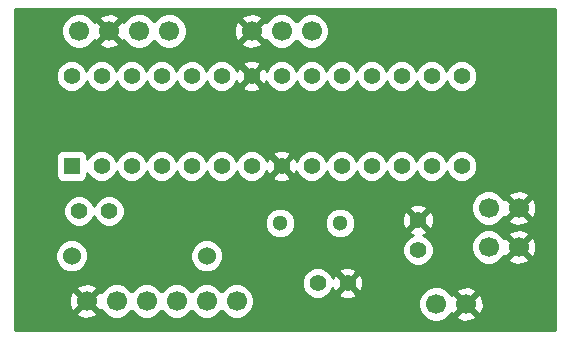
<source format=gbl>
G04 (created by PCBNEW (22-Jun-2014 BZR 4027)-stable) date Sat 20 Dec 2014 16:30:47 GMT*
%MOIN*%
G04 Gerber Fmt 3.4, Leading zero omitted, Abs format*
%FSLAX34Y34*%
G01*
G70*
G90*
G04 APERTURE LIST*
%ADD10C,0.00590551*%
%ADD11C,0.06*%
%ADD12C,0.055*%
%ADD13R,0.055X0.055*%
%ADD14C,0.0669291*%
%ADD15C,0.0511811*%
%ADD16C,0.01*%
G04 APERTURE END LIST*
G54D10*
G54D11*
X90000Y-48500D03*
X94500Y-48500D03*
G54D12*
X91000Y-45500D03*
X92000Y-45500D03*
X93000Y-45500D03*
X94000Y-45500D03*
X95000Y-45500D03*
X96000Y-45500D03*
X97000Y-45500D03*
X98000Y-45500D03*
X99000Y-45500D03*
X100000Y-45500D03*
X101000Y-45500D03*
X102000Y-45500D03*
X103000Y-45500D03*
G54D13*
X90000Y-45500D03*
G54D12*
X103000Y-42500D03*
X102000Y-42500D03*
X101000Y-42500D03*
X100000Y-42500D03*
X99000Y-42500D03*
X98000Y-42500D03*
X97000Y-42500D03*
X96000Y-42500D03*
X95000Y-42500D03*
X94000Y-42500D03*
X93000Y-42500D03*
X92000Y-42500D03*
X91000Y-42500D03*
X90000Y-42500D03*
X98200Y-49400D03*
X99200Y-49400D03*
X101550Y-48300D03*
X101550Y-47300D03*
X90250Y-47000D03*
X91250Y-47000D03*
G54D14*
X95500Y-50000D03*
X94500Y-50000D03*
X93500Y-50000D03*
X92500Y-50000D03*
X91500Y-50000D03*
X90500Y-50000D03*
G54D15*
X98950Y-47400D03*
X96950Y-47400D03*
G54D14*
X91250Y-41000D03*
X92250Y-41000D03*
X90250Y-41000D03*
X93250Y-41000D03*
X96000Y-41000D03*
X97000Y-41000D03*
X98000Y-41000D03*
X103900Y-48200D03*
X104900Y-48200D03*
X103900Y-46900D03*
X104900Y-46900D03*
X102150Y-50100D03*
X103150Y-50100D03*
G54D10*
G36*
X106130Y-50980D02*
X105489Y-50980D01*
X105489Y-48290D01*
X105489Y-46990D01*
X105478Y-46757D01*
X105409Y-46591D01*
X105311Y-46559D01*
X105240Y-46630D01*
X105240Y-46488D01*
X105208Y-46390D01*
X104990Y-46310D01*
X104757Y-46321D01*
X104591Y-46390D01*
X104559Y-46488D01*
X104900Y-46829D01*
X105240Y-46488D01*
X105240Y-46630D01*
X104970Y-46900D01*
X105311Y-47240D01*
X105409Y-47208D01*
X105489Y-46990D01*
X105489Y-48290D01*
X105478Y-48057D01*
X105409Y-47891D01*
X105311Y-47859D01*
X105240Y-47930D01*
X105240Y-47788D01*
X105240Y-47311D01*
X104900Y-46970D01*
X104829Y-47041D01*
X104829Y-46900D01*
X104488Y-46559D01*
X104403Y-46587D01*
X104395Y-46569D01*
X104231Y-46404D01*
X104016Y-46315D01*
X103784Y-46315D01*
X103569Y-46404D01*
X103525Y-46448D01*
X103525Y-45396D01*
X103525Y-42396D01*
X103445Y-42203D01*
X103297Y-42055D01*
X103104Y-41975D01*
X102896Y-41974D01*
X102703Y-42054D01*
X102555Y-42202D01*
X102499Y-42335D01*
X102445Y-42203D01*
X102297Y-42055D01*
X102104Y-41975D01*
X101896Y-41974D01*
X101703Y-42054D01*
X101555Y-42202D01*
X101499Y-42335D01*
X101445Y-42203D01*
X101297Y-42055D01*
X101104Y-41975D01*
X100896Y-41974D01*
X100703Y-42054D01*
X100555Y-42202D01*
X100499Y-42335D01*
X100445Y-42203D01*
X100297Y-42055D01*
X100104Y-41975D01*
X99896Y-41974D01*
X99703Y-42054D01*
X99555Y-42202D01*
X99499Y-42335D01*
X99445Y-42203D01*
X99297Y-42055D01*
X99104Y-41975D01*
X98896Y-41974D01*
X98703Y-42054D01*
X98584Y-42172D01*
X98584Y-40884D01*
X98495Y-40669D01*
X98331Y-40504D01*
X98116Y-40415D01*
X97884Y-40415D01*
X97669Y-40504D01*
X97504Y-40668D01*
X97500Y-40679D01*
X97495Y-40669D01*
X97331Y-40504D01*
X97116Y-40415D01*
X96884Y-40415D01*
X96669Y-40504D01*
X96504Y-40668D01*
X96496Y-40687D01*
X96411Y-40659D01*
X96340Y-40730D01*
X96340Y-40588D01*
X96308Y-40490D01*
X96090Y-40410D01*
X95857Y-40421D01*
X95691Y-40490D01*
X95659Y-40588D01*
X96000Y-40929D01*
X96340Y-40588D01*
X96340Y-40730D01*
X96070Y-41000D01*
X96411Y-41340D01*
X96496Y-41312D01*
X96504Y-41330D01*
X96668Y-41495D01*
X96883Y-41584D01*
X97115Y-41584D01*
X97330Y-41495D01*
X97495Y-41331D01*
X97499Y-41320D01*
X97504Y-41330D01*
X97668Y-41495D01*
X97883Y-41584D01*
X98115Y-41584D01*
X98330Y-41495D01*
X98495Y-41331D01*
X98584Y-41116D01*
X98584Y-40884D01*
X98584Y-42172D01*
X98555Y-42202D01*
X98499Y-42335D01*
X98445Y-42203D01*
X98297Y-42055D01*
X98104Y-41975D01*
X97896Y-41974D01*
X97703Y-42054D01*
X97555Y-42202D01*
X97499Y-42335D01*
X97445Y-42203D01*
X97297Y-42055D01*
X97104Y-41975D01*
X96896Y-41974D01*
X96703Y-42054D01*
X96555Y-42202D01*
X96502Y-42328D01*
X96460Y-42227D01*
X96367Y-42202D01*
X96340Y-42230D01*
X96340Y-41411D01*
X96000Y-41070D01*
X95929Y-41141D01*
X95929Y-41000D01*
X95588Y-40659D01*
X95490Y-40691D01*
X95410Y-40909D01*
X95421Y-41142D01*
X95490Y-41308D01*
X95588Y-41340D01*
X95929Y-41000D01*
X95929Y-41141D01*
X95659Y-41411D01*
X95691Y-41509D01*
X95909Y-41589D01*
X96142Y-41578D01*
X96308Y-41509D01*
X96340Y-41411D01*
X96340Y-42230D01*
X96297Y-42273D01*
X96297Y-42132D01*
X96272Y-42039D01*
X96075Y-41970D01*
X95867Y-41981D01*
X95727Y-42039D01*
X95702Y-42132D01*
X96000Y-42429D01*
X96297Y-42132D01*
X96297Y-42273D01*
X96070Y-42500D01*
X96367Y-42797D01*
X96460Y-42772D01*
X96499Y-42662D01*
X96554Y-42797D01*
X96702Y-42944D01*
X96895Y-43024D01*
X97103Y-43025D01*
X97297Y-42945D01*
X97444Y-42797D01*
X97500Y-42664D01*
X97554Y-42797D01*
X97702Y-42944D01*
X97895Y-43024D01*
X98103Y-43025D01*
X98297Y-42945D01*
X98444Y-42797D01*
X98500Y-42664D01*
X98554Y-42797D01*
X98702Y-42944D01*
X98895Y-43024D01*
X99103Y-43025D01*
X99297Y-42945D01*
X99444Y-42797D01*
X99500Y-42664D01*
X99554Y-42797D01*
X99702Y-42944D01*
X99895Y-43024D01*
X100103Y-43025D01*
X100297Y-42945D01*
X100444Y-42797D01*
X100500Y-42664D01*
X100554Y-42797D01*
X100702Y-42944D01*
X100895Y-43024D01*
X101103Y-43025D01*
X101297Y-42945D01*
X101444Y-42797D01*
X101500Y-42664D01*
X101554Y-42797D01*
X101702Y-42944D01*
X101895Y-43024D01*
X102103Y-43025D01*
X102297Y-42945D01*
X102444Y-42797D01*
X102500Y-42664D01*
X102554Y-42797D01*
X102702Y-42944D01*
X102895Y-43024D01*
X103103Y-43025D01*
X103297Y-42945D01*
X103444Y-42797D01*
X103524Y-42604D01*
X103525Y-42396D01*
X103525Y-45396D01*
X103445Y-45203D01*
X103297Y-45055D01*
X103104Y-44975D01*
X102896Y-44974D01*
X102703Y-45054D01*
X102555Y-45202D01*
X102499Y-45335D01*
X102445Y-45203D01*
X102297Y-45055D01*
X102104Y-44975D01*
X101896Y-44974D01*
X101703Y-45054D01*
X101555Y-45202D01*
X101499Y-45335D01*
X101445Y-45203D01*
X101297Y-45055D01*
X101104Y-44975D01*
X100896Y-44974D01*
X100703Y-45054D01*
X100555Y-45202D01*
X100499Y-45335D01*
X100445Y-45203D01*
X100297Y-45055D01*
X100104Y-44975D01*
X99896Y-44974D01*
X99703Y-45054D01*
X99555Y-45202D01*
X99499Y-45335D01*
X99445Y-45203D01*
X99297Y-45055D01*
X99104Y-44975D01*
X98896Y-44974D01*
X98703Y-45054D01*
X98555Y-45202D01*
X98499Y-45335D01*
X98445Y-45203D01*
X98297Y-45055D01*
X98104Y-44975D01*
X97896Y-44974D01*
X97703Y-45054D01*
X97555Y-45202D01*
X97502Y-45328D01*
X97460Y-45227D01*
X97367Y-45202D01*
X97297Y-45273D01*
X97297Y-45132D01*
X97272Y-45039D01*
X97075Y-44970D01*
X96867Y-44981D01*
X96727Y-45039D01*
X96702Y-45132D01*
X97000Y-45429D01*
X97297Y-45132D01*
X97297Y-45273D01*
X97070Y-45500D01*
X97367Y-45797D01*
X97460Y-45772D01*
X97499Y-45662D01*
X97554Y-45797D01*
X97702Y-45944D01*
X97895Y-46024D01*
X98103Y-46025D01*
X98297Y-45945D01*
X98444Y-45797D01*
X98500Y-45664D01*
X98554Y-45797D01*
X98702Y-45944D01*
X98895Y-46024D01*
X99103Y-46025D01*
X99297Y-45945D01*
X99444Y-45797D01*
X99500Y-45664D01*
X99554Y-45797D01*
X99702Y-45944D01*
X99895Y-46024D01*
X100103Y-46025D01*
X100297Y-45945D01*
X100444Y-45797D01*
X100500Y-45664D01*
X100554Y-45797D01*
X100702Y-45944D01*
X100895Y-46024D01*
X101103Y-46025D01*
X101297Y-45945D01*
X101444Y-45797D01*
X101500Y-45664D01*
X101554Y-45797D01*
X101702Y-45944D01*
X101895Y-46024D01*
X102103Y-46025D01*
X102297Y-45945D01*
X102444Y-45797D01*
X102500Y-45664D01*
X102554Y-45797D01*
X102702Y-45944D01*
X102895Y-46024D01*
X103103Y-46025D01*
X103297Y-45945D01*
X103444Y-45797D01*
X103524Y-45604D01*
X103525Y-45396D01*
X103525Y-46448D01*
X103404Y-46568D01*
X103315Y-46783D01*
X103315Y-47015D01*
X103404Y-47230D01*
X103568Y-47395D01*
X103783Y-47484D01*
X104015Y-47484D01*
X104230Y-47395D01*
X104395Y-47231D01*
X104403Y-47212D01*
X104488Y-47240D01*
X104829Y-46900D01*
X104829Y-47041D01*
X104559Y-47311D01*
X104591Y-47409D01*
X104809Y-47489D01*
X105042Y-47478D01*
X105208Y-47409D01*
X105240Y-47311D01*
X105240Y-47788D01*
X105208Y-47690D01*
X104990Y-47610D01*
X104757Y-47621D01*
X104591Y-47690D01*
X104559Y-47788D01*
X104900Y-48129D01*
X105240Y-47788D01*
X105240Y-47930D01*
X104970Y-48200D01*
X105311Y-48540D01*
X105409Y-48508D01*
X105489Y-48290D01*
X105489Y-50980D01*
X105240Y-50980D01*
X105240Y-48611D01*
X104900Y-48270D01*
X104829Y-48341D01*
X104829Y-48200D01*
X104488Y-47859D01*
X104403Y-47887D01*
X104395Y-47869D01*
X104231Y-47704D01*
X104016Y-47615D01*
X103784Y-47615D01*
X103569Y-47704D01*
X103404Y-47868D01*
X103315Y-48083D01*
X103315Y-48315D01*
X103404Y-48530D01*
X103568Y-48695D01*
X103783Y-48784D01*
X104015Y-48784D01*
X104230Y-48695D01*
X104395Y-48531D01*
X104403Y-48512D01*
X104488Y-48540D01*
X104829Y-48200D01*
X104829Y-48341D01*
X104559Y-48611D01*
X104591Y-48709D01*
X104809Y-48789D01*
X105042Y-48778D01*
X105208Y-48709D01*
X105240Y-48611D01*
X105240Y-50980D01*
X105000Y-50980D01*
X104750Y-50980D01*
X103739Y-50980D01*
X103739Y-50190D01*
X103728Y-49957D01*
X103659Y-49791D01*
X103561Y-49759D01*
X103490Y-49830D01*
X103490Y-49688D01*
X103458Y-49590D01*
X103240Y-49510D01*
X103007Y-49521D01*
X102841Y-49590D01*
X102809Y-49688D01*
X103150Y-50029D01*
X103490Y-49688D01*
X103490Y-49830D01*
X103220Y-50100D01*
X103561Y-50440D01*
X103659Y-50408D01*
X103739Y-50190D01*
X103739Y-50980D01*
X103490Y-50980D01*
X103490Y-50511D01*
X103150Y-50170D01*
X103079Y-50241D01*
X103079Y-50100D01*
X102738Y-49759D01*
X102653Y-49787D01*
X102645Y-49769D01*
X102481Y-49604D01*
X102266Y-49515D01*
X102079Y-49515D01*
X102079Y-47375D01*
X102068Y-47167D01*
X102010Y-47027D01*
X101917Y-47002D01*
X101847Y-47073D01*
X101847Y-46932D01*
X101822Y-46839D01*
X101625Y-46770D01*
X101417Y-46781D01*
X101277Y-46839D01*
X101252Y-46932D01*
X101550Y-47229D01*
X101847Y-46932D01*
X101847Y-47073D01*
X101620Y-47300D01*
X101917Y-47597D01*
X102010Y-47572D01*
X102079Y-47375D01*
X102079Y-49515D01*
X102075Y-49515D01*
X102075Y-48196D01*
X101995Y-48003D01*
X101847Y-47855D01*
X101721Y-47802D01*
X101822Y-47760D01*
X101847Y-47667D01*
X101550Y-47370D01*
X101479Y-47441D01*
X101479Y-47300D01*
X101182Y-47002D01*
X101089Y-47027D01*
X101020Y-47224D01*
X101031Y-47432D01*
X101089Y-47572D01*
X101182Y-47597D01*
X101479Y-47300D01*
X101479Y-47441D01*
X101252Y-47667D01*
X101277Y-47760D01*
X101387Y-47799D01*
X101253Y-47854D01*
X101105Y-48002D01*
X101025Y-48195D01*
X101024Y-48403D01*
X101104Y-48597D01*
X101252Y-48744D01*
X101445Y-48824D01*
X101653Y-48825D01*
X101847Y-48745D01*
X101994Y-48597D01*
X102074Y-48404D01*
X102075Y-48196D01*
X102075Y-49515D01*
X102034Y-49515D01*
X101819Y-49604D01*
X101654Y-49768D01*
X101565Y-49983D01*
X101565Y-50215D01*
X101654Y-50430D01*
X101818Y-50595D01*
X102033Y-50684D01*
X102265Y-50684D01*
X102480Y-50595D01*
X102645Y-50431D01*
X102653Y-50412D01*
X102738Y-50440D01*
X103079Y-50100D01*
X103079Y-50241D01*
X102809Y-50511D01*
X102841Y-50609D01*
X103059Y-50689D01*
X103292Y-50678D01*
X103458Y-50609D01*
X103490Y-50511D01*
X103490Y-50980D01*
X99729Y-50980D01*
X99729Y-49475D01*
X99718Y-49267D01*
X99660Y-49127D01*
X99567Y-49102D01*
X99497Y-49173D01*
X99497Y-49032D01*
X99472Y-48939D01*
X99455Y-48933D01*
X99455Y-47299D01*
X99379Y-47113D01*
X99236Y-46971D01*
X99051Y-46894D01*
X98849Y-46894D01*
X98663Y-46970D01*
X98521Y-47113D01*
X98444Y-47298D01*
X98444Y-47500D01*
X98520Y-47686D01*
X98663Y-47828D01*
X98848Y-47905D01*
X99050Y-47905D01*
X99236Y-47829D01*
X99378Y-47686D01*
X99455Y-47501D01*
X99455Y-47299D01*
X99455Y-48933D01*
X99275Y-48870D01*
X99067Y-48881D01*
X98927Y-48939D01*
X98902Y-49032D01*
X99200Y-49329D01*
X99497Y-49032D01*
X99497Y-49173D01*
X99270Y-49400D01*
X99567Y-49697D01*
X99660Y-49672D01*
X99729Y-49475D01*
X99729Y-50980D01*
X99497Y-50980D01*
X99497Y-49767D01*
X99200Y-49470D01*
X99129Y-49541D01*
X99129Y-49400D01*
X98832Y-49102D01*
X98739Y-49127D01*
X98700Y-49237D01*
X98645Y-49103D01*
X98497Y-48955D01*
X98304Y-48875D01*
X98096Y-48874D01*
X97903Y-48954D01*
X97755Y-49102D01*
X97675Y-49295D01*
X97674Y-49503D01*
X97754Y-49697D01*
X97902Y-49844D01*
X98095Y-49924D01*
X98303Y-49925D01*
X98497Y-49845D01*
X98644Y-49697D01*
X98697Y-49571D01*
X98739Y-49672D01*
X98832Y-49697D01*
X99129Y-49400D01*
X99129Y-49541D01*
X98902Y-49767D01*
X98927Y-49860D01*
X99124Y-49929D01*
X99332Y-49918D01*
X99472Y-49860D01*
X99497Y-49767D01*
X99497Y-50980D01*
X97455Y-50980D01*
X97455Y-47299D01*
X97379Y-47113D01*
X97297Y-47031D01*
X97297Y-45867D01*
X97000Y-45570D01*
X96929Y-45641D01*
X96929Y-45500D01*
X96632Y-45202D01*
X96539Y-45227D01*
X96500Y-45337D01*
X96445Y-45203D01*
X96297Y-45055D01*
X96297Y-45054D01*
X96297Y-42867D01*
X96000Y-42570D01*
X95929Y-42641D01*
X95929Y-42500D01*
X95632Y-42202D01*
X95539Y-42227D01*
X95500Y-42337D01*
X95445Y-42203D01*
X95297Y-42055D01*
X95104Y-41975D01*
X94896Y-41974D01*
X94703Y-42054D01*
X94555Y-42202D01*
X94499Y-42335D01*
X94445Y-42203D01*
X94297Y-42055D01*
X94104Y-41975D01*
X93896Y-41974D01*
X93834Y-42000D01*
X93834Y-40884D01*
X93745Y-40669D01*
X93581Y-40504D01*
X93366Y-40415D01*
X93134Y-40415D01*
X92919Y-40504D01*
X92754Y-40668D01*
X92750Y-40679D01*
X92745Y-40669D01*
X92581Y-40504D01*
X92366Y-40415D01*
X92134Y-40415D01*
X91919Y-40504D01*
X91754Y-40668D01*
X91746Y-40687D01*
X91661Y-40659D01*
X91590Y-40730D01*
X91590Y-40588D01*
X91558Y-40490D01*
X91340Y-40410D01*
X91107Y-40421D01*
X90941Y-40490D01*
X90909Y-40588D01*
X91250Y-40929D01*
X91590Y-40588D01*
X91590Y-40730D01*
X91320Y-41000D01*
X91661Y-41340D01*
X91746Y-41312D01*
X91754Y-41330D01*
X91918Y-41495D01*
X92133Y-41584D01*
X92365Y-41584D01*
X92580Y-41495D01*
X92745Y-41331D01*
X92749Y-41320D01*
X92754Y-41330D01*
X92918Y-41495D01*
X93133Y-41584D01*
X93365Y-41584D01*
X93580Y-41495D01*
X93745Y-41331D01*
X93834Y-41116D01*
X93834Y-40884D01*
X93834Y-42000D01*
X93703Y-42054D01*
X93555Y-42202D01*
X93499Y-42335D01*
X93445Y-42203D01*
X93297Y-42055D01*
X93104Y-41975D01*
X92896Y-41974D01*
X92703Y-42054D01*
X92555Y-42202D01*
X92499Y-42335D01*
X92445Y-42203D01*
X92297Y-42055D01*
X92104Y-41975D01*
X91896Y-41974D01*
X91703Y-42054D01*
X91590Y-42167D01*
X91590Y-41411D01*
X91250Y-41070D01*
X91179Y-41141D01*
X91179Y-41000D01*
X90838Y-40659D01*
X90753Y-40687D01*
X90745Y-40669D01*
X90581Y-40504D01*
X90366Y-40415D01*
X90134Y-40415D01*
X89919Y-40504D01*
X89754Y-40668D01*
X89665Y-40883D01*
X89665Y-41115D01*
X89754Y-41330D01*
X89918Y-41495D01*
X90133Y-41584D01*
X90365Y-41584D01*
X90580Y-41495D01*
X90745Y-41331D01*
X90753Y-41312D01*
X90838Y-41340D01*
X91179Y-41000D01*
X91179Y-41141D01*
X90909Y-41411D01*
X90941Y-41509D01*
X91159Y-41589D01*
X91392Y-41578D01*
X91558Y-41509D01*
X91590Y-41411D01*
X91590Y-42167D01*
X91555Y-42202D01*
X91499Y-42335D01*
X91445Y-42203D01*
X91297Y-42055D01*
X91104Y-41975D01*
X90896Y-41974D01*
X90703Y-42054D01*
X90555Y-42202D01*
X90499Y-42335D01*
X90445Y-42203D01*
X90297Y-42055D01*
X90104Y-41975D01*
X89896Y-41974D01*
X89703Y-42054D01*
X89555Y-42202D01*
X89475Y-42395D01*
X89474Y-42603D01*
X89554Y-42797D01*
X89702Y-42944D01*
X89895Y-43024D01*
X90103Y-43025D01*
X90297Y-42945D01*
X90444Y-42797D01*
X90500Y-42664D01*
X90554Y-42797D01*
X90702Y-42944D01*
X90895Y-43024D01*
X91103Y-43025D01*
X91297Y-42945D01*
X91444Y-42797D01*
X91500Y-42664D01*
X91554Y-42797D01*
X91702Y-42944D01*
X91895Y-43024D01*
X92103Y-43025D01*
X92297Y-42945D01*
X92444Y-42797D01*
X92500Y-42664D01*
X92554Y-42797D01*
X92702Y-42944D01*
X92895Y-43024D01*
X93103Y-43025D01*
X93297Y-42945D01*
X93444Y-42797D01*
X93500Y-42664D01*
X93554Y-42797D01*
X93702Y-42944D01*
X93895Y-43024D01*
X94103Y-43025D01*
X94297Y-42945D01*
X94444Y-42797D01*
X94500Y-42664D01*
X94554Y-42797D01*
X94702Y-42944D01*
X94895Y-43024D01*
X95103Y-43025D01*
X95297Y-42945D01*
X95444Y-42797D01*
X95497Y-42671D01*
X95539Y-42772D01*
X95632Y-42797D01*
X95929Y-42500D01*
X95929Y-42641D01*
X95702Y-42867D01*
X95727Y-42960D01*
X95924Y-43029D01*
X96132Y-43018D01*
X96272Y-42960D01*
X96297Y-42867D01*
X96297Y-45054D01*
X96104Y-44975D01*
X95896Y-44974D01*
X95703Y-45054D01*
X95555Y-45202D01*
X95499Y-45335D01*
X95445Y-45203D01*
X95297Y-45055D01*
X95104Y-44975D01*
X94896Y-44974D01*
X94703Y-45054D01*
X94555Y-45202D01*
X94499Y-45335D01*
X94445Y-45203D01*
X94297Y-45055D01*
X94104Y-44975D01*
X93896Y-44974D01*
X93703Y-45054D01*
X93555Y-45202D01*
X93499Y-45335D01*
X93445Y-45203D01*
X93297Y-45055D01*
X93104Y-44975D01*
X92896Y-44974D01*
X92703Y-45054D01*
X92555Y-45202D01*
X92499Y-45335D01*
X92445Y-45203D01*
X92297Y-45055D01*
X92104Y-44975D01*
X91896Y-44974D01*
X91703Y-45054D01*
X91555Y-45202D01*
X91499Y-45335D01*
X91445Y-45203D01*
X91297Y-45055D01*
X91104Y-44975D01*
X90896Y-44974D01*
X90703Y-45054D01*
X90555Y-45202D01*
X90525Y-45274D01*
X90525Y-45175D01*
X90487Y-45083D01*
X90416Y-45013D01*
X90324Y-44975D01*
X90225Y-44974D01*
X89675Y-44974D01*
X89583Y-45012D01*
X89513Y-45083D01*
X89475Y-45175D01*
X89474Y-45274D01*
X89474Y-45824D01*
X89512Y-45916D01*
X89583Y-45986D01*
X89675Y-46024D01*
X89774Y-46025D01*
X90324Y-46025D01*
X90416Y-45987D01*
X90486Y-45916D01*
X90524Y-45824D01*
X90525Y-45725D01*
X90525Y-45725D01*
X90554Y-45797D01*
X90702Y-45944D01*
X90895Y-46024D01*
X91103Y-46025D01*
X91297Y-45945D01*
X91444Y-45797D01*
X91500Y-45664D01*
X91554Y-45797D01*
X91702Y-45944D01*
X91895Y-46024D01*
X92103Y-46025D01*
X92297Y-45945D01*
X92444Y-45797D01*
X92500Y-45664D01*
X92554Y-45797D01*
X92702Y-45944D01*
X92895Y-46024D01*
X93103Y-46025D01*
X93297Y-45945D01*
X93444Y-45797D01*
X93500Y-45664D01*
X93554Y-45797D01*
X93702Y-45944D01*
X93895Y-46024D01*
X94103Y-46025D01*
X94297Y-45945D01*
X94444Y-45797D01*
X94500Y-45664D01*
X94554Y-45797D01*
X94702Y-45944D01*
X94895Y-46024D01*
X95103Y-46025D01*
X95297Y-45945D01*
X95444Y-45797D01*
X95500Y-45664D01*
X95554Y-45797D01*
X95702Y-45944D01*
X95895Y-46024D01*
X96103Y-46025D01*
X96297Y-45945D01*
X96444Y-45797D01*
X96497Y-45671D01*
X96539Y-45772D01*
X96632Y-45797D01*
X96929Y-45500D01*
X96929Y-45641D01*
X96702Y-45867D01*
X96727Y-45960D01*
X96924Y-46029D01*
X97132Y-46018D01*
X97272Y-45960D01*
X97297Y-45867D01*
X97297Y-47031D01*
X97236Y-46971D01*
X97051Y-46894D01*
X96849Y-46894D01*
X96663Y-46970D01*
X96521Y-47113D01*
X96444Y-47298D01*
X96444Y-47500D01*
X96520Y-47686D01*
X96663Y-47828D01*
X96848Y-47905D01*
X97050Y-47905D01*
X97236Y-47829D01*
X97378Y-47686D01*
X97455Y-47501D01*
X97455Y-47299D01*
X97455Y-50980D01*
X96084Y-50980D01*
X96084Y-49884D01*
X95995Y-49669D01*
X95831Y-49504D01*
X95616Y-49415D01*
X95384Y-49415D01*
X95169Y-49504D01*
X95050Y-49623D01*
X95050Y-48391D01*
X94966Y-48188D01*
X94811Y-48034D01*
X94609Y-47950D01*
X94391Y-47949D01*
X94188Y-48033D01*
X94034Y-48188D01*
X93950Y-48390D01*
X93949Y-48608D01*
X94033Y-48811D01*
X94188Y-48965D01*
X94390Y-49049D01*
X94608Y-49050D01*
X94811Y-48966D01*
X94965Y-48811D01*
X95049Y-48609D01*
X95050Y-48391D01*
X95050Y-49623D01*
X95004Y-49668D01*
X95000Y-49679D01*
X94995Y-49669D01*
X94831Y-49504D01*
X94616Y-49415D01*
X94384Y-49415D01*
X94169Y-49504D01*
X94004Y-49668D01*
X94000Y-49679D01*
X93995Y-49669D01*
X93831Y-49504D01*
X93616Y-49415D01*
X93384Y-49415D01*
X93169Y-49504D01*
X93004Y-49668D01*
X93000Y-49679D01*
X92995Y-49669D01*
X92831Y-49504D01*
X92616Y-49415D01*
X92384Y-49415D01*
X92169Y-49504D01*
X92004Y-49668D01*
X92000Y-49679D01*
X91995Y-49669D01*
X91831Y-49504D01*
X91775Y-49481D01*
X91775Y-46896D01*
X91695Y-46703D01*
X91547Y-46555D01*
X91354Y-46475D01*
X91146Y-46474D01*
X90953Y-46554D01*
X90805Y-46702D01*
X90749Y-46835D01*
X90695Y-46703D01*
X90547Y-46555D01*
X90354Y-46475D01*
X90146Y-46474D01*
X89953Y-46554D01*
X89805Y-46702D01*
X89725Y-46895D01*
X89724Y-47103D01*
X89804Y-47297D01*
X89952Y-47444D01*
X90145Y-47524D01*
X90353Y-47525D01*
X90547Y-47445D01*
X90694Y-47297D01*
X90750Y-47164D01*
X90804Y-47297D01*
X90952Y-47444D01*
X91145Y-47524D01*
X91353Y-47525D01*
X91547Y-47445D01*
X91694Y-47297D01*
X91774Y-47104D01*
X91775Y-46896D01*
X91775Y-49481D01*
X91616Y-49415D01*
X91384Y-49415D01*
X91169Y-49504D01*
X91004Y-49668D01*
X90996Y-49687D01*
X90911Y-49659D01*
X90840Y-49730D01*
X90840Y-49588D01*
X90808Y-49490D01*
X90590Y-49410D01*
X90550Y-49412D01*
X90550Y-48391D01*
X90466Y-48188D01*
X90311Y-48034D01*
X90109Y-47950D01*
X89891Y-47949D01*
X89688Y-48033D01*
X89534Y-48188D01*
X89450Y-48390D01*
X89449Y-48608D01*
X89533Y-48811D01*
X89688Y-48965D01*
X89890Y-49049D01*
X90108Y-49050D01*
X90311Y-48966D01*
X90465Y-48811D01*
X90549Y-48609D01*
X90550Y-48391D01*
X90550Y-49412D01*
X90357Y-49421D01*
X90191Y-49490D01*
X90159Y-49588D01*
X90500Y-49929D01*
X90840Y-49588D01*
X90840Y-49730D01*
X90570Y-50000D01*
X90911Y-50340D01*
X90996Y-50312D01*
X91004Y-50330D01*
X91168Y-50495D01*
X91383Y-50584D01*
X91615Y-50584D01*
X91830Y-50495D01*
X91995Y-50331D01*
X91999Y-50320D01*
X92004Y-50330D01*
X92168Y-50495D01*
X92383Y-50584D01*
X92615Y-50584D01*
X92830Y-50495D01*
X92995Y-50331D01*
X92999Y-50320D01*
X93004Y-50330D01*
X93168Y-50495D01*
X93383Y-50584D01*
X93615Y-50584D01*
X93830Y-50495D01*
X93995Y-50331D01*
X93999Y-50320D01*
X94004Y-50330D01*
X94168Y-50495D01*
X94383Y-50584D01*
X94615Y-50584D01*
X94830Y-50495D01*
X94995Y-50331D01*
X94999Y-50320D01*
X95004Y-50330D01*
X95168Y-50495D01*
X95383Y-50584D01*
X95615Y-50584D01*
X95830Y-50495D01*
X95995Y-50331D01*
X96084Y-50116D01*
X96084Y-49884D01*
X96084Y-50980D01*
X90840Y-50980D01*
X90840Y-50411D01*
X90500Y-50070D01*
X90429Y-50141D01*
X90429Y-50000D01*
X90088Y-49659D01*
X89990Y-49691D01*
X89910Y-49909D01*
X89921Y-50142D01*
X89990Y-50308D01*
X90088Y-50340D01*
X90429Y-50000D01*
X90429Y-50141D01*
X90159Y-50411D01*
X90191Y-50509D01*
X90409Y-50589D01*
X90642Y-50578D01*
X90808Y-50509D01*
X90840Y-50411D01*
X90840Y-50980D01*
X88500Y-50980D01*
X88119Y-50980D01*
X88119Y-40269D01*
X88500Y-40269D01*
X104750Y-40269D01*
X105000Y-40269D01*
X106130Y-40269D01*
X106130Y-50980D01*
X106130Y-50980D01*
G37*
G54D16*
X106130Y-50980D02*
X105489Y-50980D01*
X105489Y-48290D01*
X105489Y-46990D01*
X105478Y-46757D01*
X105409Y-46591D01*
X105311Y-46559D01*
X105240Y-46630D01*
X105240Y-46488D01*
X105208Y-46390D01*
X104990Y-46310D01*
X104757Y-46321D01*
X104591Y-46390D01*
X104559Y-46488D01*
X104900Y-46829D01*
X105240Y-46488D01*
X105240Y-46630D01*
X104970Y-46900D01*
X105311Y-47240D01*
X105409Y-47208D01*
X105489Y-46990D01*
X105489Y-48290D01*
X105478Y-48057D01*
X105409Y-47891D01*
X105311Y-47859D01*
X105240Y-47930D01*
X105240Y-47788D01*
X105240Y-47311D01*
X104900Y-46970D01*
X104829Y-47041D01*
X104829Y-46900D01*
X104488Y-46559D01*
X104403Y-46587D01*
X104395Y-46569D01*
X104231Y-46404D01*
X104016Y-46315D01*
X103784Y-46315D01*
X103569Y-46404D01*
X103525Y-46448D01*
X103525Y-45396D01*
X103525Y-42396D01*
X103445Y-42203D01*
X103297Y-42055D01*
X103104Y-41975D01*
X102896Y-41974D01*
X102703Y-42054D01*
X102555Y-42202D01*
X102499Y-42335D01*
X102445Y-42203D01*
X102297Y-42055D01*
X102104Y-41975D01*
X101896Y-41974D01*
X101703Y-42054D01*
X101555Y-42202D01*
X101499Y-42335D01*
X101445Y-42203D01*
X101297Y-42055D01*
X101104Y-41975D01*
X100896Y-41974D01*
X100703Y-42054D01*
X100555Y-42202D01*
X100499Y-42335D01*
X100445Y-42203D01*
X100297Y-42055D01*
X100104Y-41975D01*
X99896Y-41974D01*
X99703Y-42054D01*
X99555Y-42202D01*
X99499Y-42335D01*
X99445Y-42203D01*
X99297Y-42055D01*
X99104Y-41975D01*
X98896Y-41974D01*
X98703Y-42054D01*
X98584Y-42172D01*
X98584Y-40884D01*
X98495Y-40669D01*
X98331Y-40504D01*
X98116Y-40415D01*
X97884Y-40415D01*
X97669Y-40504D01*
X97504Y-40668D01*
X97500Y-40679D01*
X97495Y-40669D01*
X97331Y-40504D01*
X97116Y-40415D01*
X96884Y-40415D01*
X96669Y-40504D01*
X96504Y-40668D01*
X96496Y-40687D01*
X96411Y-40659D01*
X96340Y-40730D01*
X96340Y-40588D01*
X96308Y-40490D01*
X96090Y-40410D01*
X95857Y-40421D01*
X95691Y-40490D01*
X95659Y-40588D01*
X96000Y-40929D01*
X96340Y-40588D01*
X96340Y-40730D01*
X96070Y-41000D01*
X96411Y-41340D01*
X96496Y-41312D01*
X96504Y-41330D01*
X96668Y-41495D01*
X96883Y-41584D01*
X97115Y-41584D01*
X97330Y-41495D01*
X97495Y-41331D01*
X97499Y-41320D01*
X97504Y-41330D01*
X97668Y-41495D01*
X97883Y-41584D01*
X98115Y-41584D01*
X98330Y-41495D01*
X98495Y-41331D01*
X98584Y-41116D01*
X98584Y-40884D01*
X98584Y-42172D01*
X98555Y-42202D01*
X98499Y-42335D01*
X98445Y-42203D01*
X98297Y-42055D01*
X98104Y-41975D01*
X97896Y-41974D01*
X97703Y-42054D01*
X97555Y-42202D01*
X97499Y-42335D01*
X97445Y-42203D01*
X97297Y-42055D01*
X97104Y-41975D01*
X96896Y-41974D01*
X96703Y-42054D01*
X96555Y-42202D01*
X96502Y-42328D01*
X96460Y-42227D01*
X96367Y-42202D01*
X96340Y-42230D01*
X96340Y-41411D01*
X96000Y-41070D01*
X95929Y-41141D01*
X95929Y-41000D01*
X95588Y-40659D01*
X95490Y-40691D01*
X95410Y-40909D01*
X95421Y-41142D01*
X95490Y-41308D01*
X95588Y-41340D01*
X95929Y-41000D01*
X95929Y-41141D01*
X95659Y-41411D01*
X95691Y-41509D01*
X95909Y-41589D01*
X96142Y-41578D01*
X96308Y-41509D01*
X96340Y-41411D01*
X96340Y-42230D01*
X96297Y-42273D01*
X96297Y-42132D01*
X96272Y-42039D01*
X96075Y-41970D01*
X95867Y-41981D01*
X95727Y-42039D01*
X95702Y-42132D01*
X96000Y-42429D01*
X96297Y-42132D01*
X96297Y-42273D01*
X96070Y-42500D01*
X96367Y-42797D01*
X96460Y-42772D01*
X96499Y-42662D01*
X96554Y-42797D01*
X96702Y-42944D01*
X96895Y-43024D01*
X97103Y-43025D01*
X97297Y-42945D01*
X97444Y-42797D01*
X97500Y-42664D01*
X97554Y-42797D01*
X97702Y-42944D01*
X97895Y-43024D01*
X98103Y-43025D01*
X98297Y-42945D01*
X98444Y-42797D01*
X98500Y-42664D01*
X98554Y-42797D01*
X98702Y-42944D01*
X98895Y-43024D01*
X99103Y-43025D01*
X99297Y-42945D01*
X99444Y-42797D01*
X99500Y-42664D01*
X99554Y-42797D01*
X99702Y-42944D01*
X99895Y-43024D01*
X100103Y-43025D01*
X100297Y-42945D01*
X100444Y-42797D01*
X100500Y-42664D01*
X100554Y-42797D01*
X100702Y-42944D01*
X100895Y-43024D01*
X101103Y-43025D01*
X101297Y-42945D01*
X101444Y-42797D01*
X101500Y-42664D01*
X101554Y-42797D01*
X101702Y-42944D01*
X101895Y-43024D01*
X102103Y-43025D01*
X102297Y-42945D01*
X102444Y-42797D01*
X102500Y-42664D01*
X102554Y-42797D01*
X102702Y-42944D01*
X102895Y-43024D01*
X103103Y-43025D01*
X103297Y-42945D01*
X103444Y-42797D01*
X103524Y-42604D01*
X103525Y-42396D01*
X103525Y-45396D01*
X103445Y-45203D01*
X103297Y-45055D01*
X103104Y-44975D01*
X102896Y-44974D01*
X102703Y-45054D01*
X102555Y-45202D01*
X102499Y-45335D01*
X102445Y-45203D01*
X102297Y-45055D01*
X102104Y-44975D01*
X101896Y-44974D01*
X101703Y-45054D01*
X101555Y-45202D01*
X101499Y-45335D01*
X101445Y-45203D01*
X101297Y-45055D01*
X101104Y-44975D01*
X100896Y-44974D01*
X100703Y-45054D01*
X100555Y-45202D01*
X100499Y-45335D01*
X100445Y-45203D01*
X100297Y-45055D01*
X100104Y-44975D01*
X99896Y-44974D01*
X99703Y-45054D01*
X99555Y-45202D01*
X99499Y-45335D01*
X99445Y-45203D01*
X99297Y-45055D01*
X99104Y-44975D01*
X98896Y-44974D01*
X98703Y-45054D01*
X98555Y-45202D01*
X98499Y-45335D01*
X98445Y-45203D01*
X98297Y-45055D01*
X98104Y-44975D01*
X97896Y-44974D01*
X97703Y-45054D01*
X97555Y-45202D01*
X97502Y-45328D01*
X97460Y-45227D01*
X97367Y-45202D01*
X97297Y-45273D01*
X97297Y-45132D01*
X97272Y-45039D01*
X97075Y-44970D01*
X96867Y-44981D01*
X96727Y-45039D01*
X96702Y-45132D01*
X97000Y-45429D01*
X97297Y-45132D01*
X97297Y-45273D01*
X97070Y-45500D01*
X97367Y-45797D01*
X97460Y-45772D01*
X97499Y-45662D01*
X97554Y-45797D01*
X97702Y-45944D01*
X97895Y-46024D01*
X98103Y-46025D01*
X98297Y-45945D01*
X98444Y-45797D01*
X98500Y-45664D01*
X98554Y-45797D01*
X98702Y-45944D01*
X98895Y-46024D01*
X99103Y-46025D01*
X99297Y-45945D01*
X99444Y-45797D01*
X99500Y-45664D01*
X99554Y-45797D01*
X99702Y-45944D01*
X99895Y-46024D01*
X100103Y-46025D01*
X100297Y-45945D01*
X100444Y-45797D01*
X100500Y-45664D01*
X100554Y-45797D01*
X100702Y-45944D01*
X100895Y-46024D01*
X101103Y-46025D01*
X101297Y-45945D01*
X101444Y-45797D01*
X101500Y-45664D01*
X101554Y-45797D01*
X101702Y-45944D01*
X101895Y-46024D01*
X102103Y-46025D01*
X102297Y-45945D01*
X102444Y-45797D01*
X102500Y-45664D01*
X102554Y-45797D01*
X102702Y-45944D01*
X102895Y-46024D01*
X103103Y-46025D01*
X103297Y-45945D01*
X103444Y-45797D01*
X103524Y-45604D01*
X103525Y-45396D01*
X103525Y-46448D01*
X103404Y-46568D01*
X103315Y-46783D01*
X103315Y-47015D01*
X103404Y-47230D01*
X103568Y-47395D01*
X103783Y-47484D01*
X104015Y-47484D01*
X104230Y-47395D01*
X104395Y-47231D01*
X104403Y-47212D01*
X104488Y-47240D01*
X104829Y-46900D01*
X104829Y-47041D01*
X104559Y-47311D01*
X104591Y-47409D01*
X104809Y-47489D01*
X105042Y-47478D01*
X105208Y-47409D01*
X105240Y-47311D01*
X105240Y-47788D01*
X105208Y-47690D01*
X104990Y-47610D01*
X104757Y-47621D01*
X104591Y-47690D01*
X104559Y-47788D01*
X104900Y-48129D01*
X105240Y-47788D01*
X105240Y-47930D01*
X104970Y-48200D01*
X105311Y-48540D01*
X105409Y-48508D01*
X105489Y-48290D01*
X105489Y-50980D01*
X105240Y-50980D01*
X105240Y-48611D01*
X104900Y-48270D01*
X104829Y-48341D01*
X104829Y-48200D01*
X104488Y-47859D01*
X104403Y-47887D01*
X104395Y-47869D01*
X104231Y-47704D01*
X104016Y-47615D01*
X103784Y-47615D01*
X103569Y-47704D01*
X103404Y-47868D01*
X103315Y-48083D01*
X103315Y-48315D01*
X103404Y-48530D01*
X103568Y-48695D01*
X103783Y-48784D01*
X104015Y-48784D01*
X104230Y-48695D01*
X104395Y-48531D01*
X104403Y-48512D01*
X104488Y-48540D01*
X104829Y-48200D01*
X104829Y-48341D01*
X104559Y-48611D01*
X104591Y-48709D01*
X104809Y-48789D01*
X105042Y-48778D01*
X105208Y-48709D01*
X105240Y-48611D01*
X105240Y-50980D01*
X105000Y-50980D01*
X104750Y-50980D01*
X103739Y-50980D01*
X103739Y-50190D01*
X103728Y-49957D01*
X103659Y-49791D01*
X103561Y-49759D01*
X103490Y-49830D01*
X103490Y-49688D01*
X103458Y-49590D01*
X103240Y-49510D01*
X103007Y-49521D01*
X102841Y-49590D01*
X102809Y-49688D01*
X103150Y-50029D01*
X103490Y-49688D01*
X103490Y-49830D01*
X103220Y-50100D01*
X103561Y-50440D01*
X103659Y-50408D01*
X103739Y-50190D01*
X103739Y-50980D01*
X103490Y-50980D01*
X103490Y-50511D01*
X103150Y-50170D01*
X103079Y-50241D01*
X103079Y-50100D01*
X102738Y-49759D01*
X102653Y-49787D01*
X102645Y-49769D01*
X102481Y-49604D01*
X102266Y-49515D01*
X102079Y-49515D01*
X102079Y-47375D01*
X102068Y-47167D01*
X102010Y-47027D01*
X101917Y-47002D01*
X101847Y-47073D01*
X101847Y-46932D01*
X101822Y-46839D01*
X101625Y-46770D01*
X101417Y-46781D01*
X101277Y-46839D01*
X101252Y-46932D01*
X101550Y-47229D01*
X101847Y-46932D01*
X101847Y-47073D01*
X101620Y-47300D01*
X101917Y-47597D01*
X102010Y-47572D01*
X102079Y-47375D01*
X102079Y-49515D01*
X102075Y-49515D01*
X102075Y-48196D01*
X101995Y-48003D01*
X101847Y-47855D01*
X101721Y-47802D01*
X101822Y-47760D01*
X101847Y-47667D01*
X101550Y-47370D01*
X101479Y-47441D01*
X101479Y-47300D01*
X101182Y-47002D01*
X101089Y-47027D01*
X101020Y-47224D01*
X101031Y-47432D01*
X101089Y-47572D01*
X101182Y-47597D01*
X101479Y-47300D01*
X101479Y-47441D01*
X101252Y-47667D01*
X101277Y-47760D01*
X101387Y-47799D01*
X101253Y-47854D01*
X101105Y-48002D01*
X101025Y-48195D01*
X101024Y-48403D01*
X101104Y-48597D01*
X101252Y-48744D01*
X101445Y-48824D01*
X101653Y-48825D01*
X101847Y-48745D01*
X101994Y-48597D01*
X102074Y-48404D01*
X102075Y-48196D01*
X102075Y-49515D01*
X102034Y-49515D01*
X101819Y-49604D01*
X101654Y-49768D01*
X101565Y-49983D01*
X101565Y-50215D01*
X101654Y-50430D01*
X101818Y-50595D01*
X102033Y-50684D01*
X102265Y-50684D01*
X102480Y-50595D01*
X102645Y-50431D01*
X102653Y-50412D01*
X102738Y-50440D01*
X103079Y-50100D01*
X103079Y-50241D01*
X102809Y-50511D01*
X102841Y-50609D01*
X103059Y-50689D01*
X103292Y-50678D01*
X103458Y-50609D01*
X103490Y-50511D01*
X103490Y-50980D01*
X99729Y-50980D01*
X99729Y-49475D01*
X99718Y-49267D01*
X99660Y-49127D01*
X99567Y-49102D01*
X99497Y-49173D01*
X99497Y-49032D01*
X99472Y-48939D01*
X99455Y-48933D01*
X99455Y-47299D01*
X99379Y-47113D01*
X99236Y-46971D01*
X99051Y-46894D01*
X98849Y-46894D01*
X98663Y-46970D01*
X98521Y-47113D01*
X98444Y-47298D01*
X98444Y-47500D01*
X98520Y-47686D01*
X98663Y-47828D01*
X98848Y-47905D01*
X99050Y-47905D01*
X99236Y-47829D01*
X99378Y-47686D01*
X99455Y-47501D01*
X99455Y-47299D01*
X99455Y-48933D01*
X99275Y-48870D01*
X99067Y-48881D01*
X98927Y-48939D01*
X98902Y-49032D01*
X99200Y-49329D01*
X99497Y-49032D01*
X99497Y-49173D01*
X99270Y-49400D01*
X99567Y-49697D01*
X99660Y-49672D01*
X99729Y-49475D01*
X99729Y-50980D01*
X99497Y-50980D01*
X99497Y-49767D01*
X99200Y-49470D01*
X99129Y-49541D01*
X99129Y-49400D01*
X98832Y-49102D01*
X98739Y-49127D01*
X98700Y-49237D01*
X98645Y-49103D01*
X98497Y-48955D01*
X98304Y-48875D01*
X98096Y-48874D01*
X97903Y-48954D01*
X97755Y-49102D01*
X97675Y-49295D01*
X97674Y-49503D01*
X97754Y-49697D01*
X97902Y-49844D01*
X98095Y-49924D01*
X98303Y-49925D01*
X98497Y-49845D01*
X98644Y-49697D01*
X98697Y-49571D01*
X98739Y-49672D01*
X98832Y-49697D01*
X99129Y-49400D01*
X99129Y-49541D01*
X98902Y-49767D01*
X98927Y-49860D01*
X99124Y-49929D01*
X99332Y-49918D01*
X99472Y-49860D01*
X99497Y-49767D01*
X99497Y-50980D01*
X97455Y-50980D01*
X97455Y-47299D01*
X97379Y-47113D01*
X97297Y-47031D01*
X97297Y-45867D01*
X97000Y-45570D01*
X96929Y-45641D01*
X96929Y-45500D01*
X96632Y-45202D01*
X96539Y-45227D01*
X96500Y-45337D01*
X96445Y-45203D01*
X96297Y-45055D01*
X96297Y-45054D01*
X96297Y-42867D01*
X96000Y-42570D01*
X95929Y-42641D01*
X95929Y-42500D01*
X95632Y-42202D01*
X95539Y-42227D01*
X95500Y-42337D01*
X95445Y-42203D01*
X95297Y-42055D01*
X95104Y-41975D01*
X94896Y-41974D01*
X94703Y-42054D01*
X94555Y-42202D01*
X94499Y-42335D01*
X94445Y-42203D01*
X94297Y-42055D01*
X94104Y-41975D01*
X93896Y-41974D01*
X93834Y-42000D01*
X93834Y-40884D01*
X93745Y-40669D01*
X93581Y-40504D01*
X93366Y-40415D01*
X93134Y-40415D01*
X92919Y-40504D01*
X92754Y-40668D01*
X92750Y-40679D01*
X92745Y-40669D01*
X92581Y-40504D01*
X92366Y-40415D01*
X92134Y-40415D01*
X91919Y-40504D01*
X91754Y-40668D01*
X91746Y-40687D01*
X91661Y-40659D01*
X91590Y-40730D01*
X91590Y-40588D01*
X91558Y-40490D01*
X91340Y-40410D01*
X91107Y-40421D01*
X90941Y-40490D01*
X90909Y-40588D01*
X91250Y-40929D01*
X91590Y-40588D01*
X91590Y-40730D01*
X91320Y-41000D01*
X91661Y-41340D01*
X91746Y-41312D01*
X91754Y-41330D01*
X91918Y-41495D01*
X92133Y-41584D01*
X92365Y-41584D01*
X92580Y-41495D01*
X92745Y-41331D01*
X92749Y-41320D01*
X92754Y-41330D01*
X92918Y-41495D01*
X93133Y-41584D01*
X93365Y-41584D01*
X93580Y-41495D01*
X93745Y-41331D01*
X93834Y-41116D01*
X93834Y-40884D01*
X93834Y-42000D01*
X93703Y-42054D01*
X93555Y-42202D01*
X93499Y-42335D01*
X93445Y-42203D01*
X93297Y-42055D01*
X93104Y-41975D01*
X92896Y-41974D01*
X92703Y-42054D01*
X92555Y-42202D01*
X92499Y-42335D01*
X92445Y-42203D01*
X92297Y-42055D01*
X92104Y-41975D01*
X91896Y-41974D01*
X91703Y-42054D01*
X91590Y-42167D01*
X91590Y-41411D01*
X91250Y-41070D01*
X91179Y-41141D01*
X91179Y-41000D01*
X90838Y-40659D01*
X90753Y-40687D01*
X90745Y-40669D01*
X90581Y-40504D01*
X90366Y-40415D01*
X90134Y-40415D01*
X89919Y-40504D01*
X89754Y-40668D01*
X89665Y-40883D01*
X89665Y-41115D01*
X89754Y-41330D01*
X89918Y-41495D01*
X90133Y-41584D01*
X90365Y-41584D01*
X90580Y-41495D01*
X90745Y-41331D01*
X90753Y-41312D01*
X90838Y-41340D01*
X91179Y-41000D01*
X91179Y-41141D01*
X90909Y-41411D01*
X90941Y-41509D01*
X91159Y-41589D01*
X91392Y-41578D01*
X91558Y-41509D01*
X91590Y-41411D01*
X91590Y-42167D01*
X91555Y-42202D01*
X91499Y-42335D01*
X91445Y-42203D01*
X91297Y-42055D01*
X91104Y-41975D01*
X90896Y-41974D01*
X90703Y-42054D01*
X90555Y-42202D01*
X90499Y-42335D01*
X90445Y-42203D01*
X90297Y-42055D01*
X90104Y-41975D01*
X89896Y-41974D01*
X89703Y-42054D01*
X89555Y-42202D01*
X89475Y-42395D01*
X89474Y-42603D01*
X89554Y-42797D01*
X89702Y-42944D01*
X89895Y-43024D01*
X90103Y-43025D01*
X90297Y-42945D01*
X90444Y-42797D01*
X90500Y-42664D01*
X90554Y-42797D01*
X90702Y-42944D01*
X90895Y-43024D01*
X91103Y-43025D01*
X91297Y-42945D01*
X91444Y-42797D01*
X91500Y-42664D01*
X91554Y-42797D01*
X91702Y-42944D01*
X91895Y-43024D01*
X92103Y-43025D01*
X92297Y-42945D01*
X92444Y-42797D01*
X92500Y-42664D01*
X92554Y-42797D01*
X92702Y-42944D01*
X92895Y-43024D01*
X93103Y-43025D01*
X93297Y-42945D01*
X93444Y-42797D01*
X93500Y-42664D01*
X93554Y-42797D01*
X93702Y-42944D01*
X93895Y-43024D01*
X94103Y-43025D01*
X94297Y-42945D01*
X94444Y-42797D01*
X94500Y-42664D01*
X94554Y-42797D01*
X94702Y-42944D01*
X94895Y-43024D01*
X95103Y-43025D01*
X95297Y-42945D01*
X95444Y-42797D01*
X95497Y-42671D01*
X95539Y-42772D01*
X95632Y-42797D01*
X95929Y-42500D01*
X95929Y-42641D01*
X95702Y-42867D01*
X95727Y-42960D01*
X95924Y-43029D01*
X96132Y-43018D01*
X96272Y-42960D01*
X96297Y-42867D01*
X96297Y-45054D01*
X96104Y-44975D01*
X95896Y-44974D01*
X95703Y-45054D01*
X95555Y-45202D01*
X95499Y-45335D01*
X95445Y-45203D01*
X95297Y-45055D01*
X95104Y-44975D01*
X94896Y-44974D01*
X94703Y-45054D01*
X94555Y-45202D01*
X94499Y-45335D01*
X94445Y-45203D01*
X94297Y-45055D01*
X94104Y-44975D01*
X93896Y-44974D01*
X93703Y-45054D01*
X93555Y-45202D01*
X93499Y-45335D01*
X93445Y-45203D01*
X93297Y-45055D01*
X93104Y-44975D01*
X92896Y-44974D01*
X92703Y-45054D01*
X92555Y-45202D01*
X92499Y-45335D01*
X92445Y-45203D01*
X92297Y-45055D01*
X92104Y-44975D01*
X91896Y-44974D01*
X91703Y-45054D01*
X91555Y-45202D01*
X91499Y-45335D01*
X91445Y-45203D01*
X91297Y-45055D01*
X91104Y-44975D01*
X90896Y-44974D01*
X90703Y-45054D01*
X90555Y-45202D01*
X90525Y-45274D01*
X90525Y-45175D01*
X90487Y-45083D01*
X90416Y-45013D01*
X90324Y-44975D01*
X90225Y-44974D01*
X89675Y-44974D01*
X89583Y-45012D01*
X89513Y-45083D01*
X89475Y-45175D01*
X89474Y-45274D01*
X89474Y-45824D01*
X89512Y-45916D01*
X89583Y-45986D01*
X89675Y-46024D01*
X89774Y-46025D01*
X90324Y-46025D01*
X90416Y-45987D01*
X90486Y-45916D01*
X90524Y-45824D01*
X90525Y-45725D01*
X90525Y-45725D01*
X90554Y-45797D01*
X90702Y-45944D01*
X90895Y-46024D01*
X91103Y-46025D01*
X91297Y-45945D01*
X91444Y-45797D01*
X91500Y-45664D01*
X91554Y-45797D01*
X91702Y-45944D01*
X91895Y-46024D01*
X92103Y-46025D01*
X92297Y-45945D01*
X92444Y-45797D01*
X92500Y-45664D01*
X92554Y-45797D01*
X92702Y-45944D01*
X92895Y-46024D01*
X93103Y-46025D01*
X93297Y-45945D01*
X93444Y-45797D01*
X93500Y-45664D01*
X93554Y-45797D01*
X93702Y-45944D01*
X93895Y-46024D01*
X94103Y-46025D01*
X94297Y-45945D01*
X94444Y-45797D01*
X94500Y-45664D01*
X94554Y-45797D01*
X94702Y-45944D01*
X94895Y-46024D01*
X95103Y-46025D01*
X95297Y-45945D01*
X95444Y-45797D01*
X95500Y-45664D01*
X95554Y-45797D01*
X95702Y-45944D01*
X95895Y-46024D01*
X96103Y-46025D01*
X96297Y-45945D01*
X96444Y-45797D01*
X96497Y-45671D01*
X96539Y-45772D01*
X96632Y-45797D01*
X96929Y-45500D01*
X96929Y-45641D01*
X96702Y-45867D01*
X96727Y-45960D01*
X96924Y-46029D01*
X97132Y-46018D01*
X97272Y-45960D01*
X97297Y-45867D01*
X97297Y-47031D01*
X97236Y-46971D01*
X97051Y-46894D01*
X96849Y-46894D01*
X96663Y-46970D01*
X96521Y-47113D01*
X96444Y-47298D01*
X96444Y-47500D01*
X96520Y-47686D01*
X96663Y-47828D01*
X96848Y-47905D01*
X97050Y-47905D01*
X97236Y-47829D01*
X97378Y-47686D01*
X97455Y-47501D01*
X97455Y-47299D01*
X97455Y-50980D01*
X96084Y-50980D01*
X96084Y-49884D01*
X95995Y-49669D01*
X95831Y-49504D01*
X95616Y-49415D01*
X95384Y-49415D01*
X95169Y-49504D01*
X95050Y-49623D01*
X95050Y-48391D01*
X94966Y-48188D01*
X94811Y-48034D01*
X94609Y-47950D01*
X94391Y-47949D01*
X94188Y-48033D01*
X94034Y-48188D01*
X93950Y-48390D01*
X93949Y-48608D01*
X94033Y-48811D01*
X94188Y-48965D01*
X94390Y-49049D01*
X94608Y-49050D01*
X94811Y-48966D01*
X94965Y-48811D01*
X95049Y-48609D01*
X95050Y-48391D01*
X95050Y-49623D01*
X95004Y-49668D01*
X95000Y-49679D01*
X94995Y-49669D01*
X94831Y-49504D01*
X94616Y-49415D01*
X94384Y-49415D01*
X94169Y-49504D01*
X94004Y-49668D01*
X94000Y-49679D01*
X93995Y-49669D01*
X93831Y-49504D01*
X93616Y-49415D01*
X93384Y-49415D01*
X93169Y-49504D01*
X93004Y-49668D01*
X93000Y-49679D01*
X92995Y-49669D01*
X92831Y-49504D01*
X92616Y-49415D01*
X92384Y-49415D01*
X92169Y-49504D01*
X92004Y-49668D01*
X92000Y-49679D01*
X91995Y-49669D01*
X91831Y-49504D01*
X91775Y-49481D01*
X91775Y-46896D01*
X91695Y-46703D01*
X91547Y-46555D01*
X91354Y-46475D01*
X91146Y-46474D01*
X90953Y-46554D01*
X90805Y-46702D01*
X90749Y-46835D01*
X90695Y-46703D01*
X90547Y-46555D01*
X90354Y-46475D01*
X90146Y-46474D01*
X89953Y-46554D01*
X89805Y-46702D01*
X89725Y-46895D01*
X89724Y-47103D01*
X89804Y-47297D01*
X89952Y-47444D01*
X90145Y-47524D01*
X90353Y-47525D01*
X90547Y-47445D01*
X90694Y-47297D01*
X90750Y-47164D01*
X90804Y-47297D01*
X90952Y-47444D01*
X91145Y-47524D01*
X91353Y-47525D01*
X91547Y-47445D01*
X91694Y-47297D01*
X91774Y-47104D01*
X91775Y-46896D01*
X91775Y-49481D01*
X91616Y-49415D01*
X91384Y-49415D01*
X91169Y-49504D01*
X91004Y-49668D01*
X90996Y-49687D01*
X90911Y-49659D01*
X90840Y-49730D01*
X90840Y-49588D01*
X90808Y-49490D01*
X90590Y-49410D01*
X90550Y-49412D01*
X90550Y-48391D01*
X90466Y-48188D01*
X90311Y-48034D01*
X90109Y-47950D01*
X89891Y-47949D01*
X89688Y-48033D01*
X89534Y-48188D01*
X89450Y-48390D01*
X89449Y-48608D01*
X89533Y-48811D01*
X89688Y-48965D01*
X89890Y-49049D01*
X90108Y-49050D01*
X90311Y-48966D01*
X90465Y-48811D01*
X90549Y-48609D01*
X90550Y-48391D01*
X90550Y-49412D01*
X90357Y-49421D01*
X90191Y-49490D01*
X90159Y-49588D01*
X90500Y-49929D01*
X90840Y-49588D01*
X90840Y-49730D01*
X90570Y-50000D01*
X90911Y-50340D01*
X90996Y-50312D01*
X91004Y-50330D01*
X91168Y-50495D01*
X91383Y-50584D01*
X91615Y-50584D01*
X91830Y-50495D01*
X91995Y-50331D01*
X91999Y-50320D01*
X92004Y-50330D01*
X92168Y-50495D01*
X92383Y-50584D01*
X92615Y-50584D01*
X92830Y-50495D01*
X92995Y-50331D01*
X92999Y-50320D01*
X93004Y-50330D01*
X93168Y-50495D01*
X93383Y-50584D01*
X93615Y-50584D01*
X93830Y-50495D01*
X93995Y-50331D01*
X93999Y-50320D01*
X94004Y-50330D01*
X94168Y-50495D01*
X94383Y-50584D01*
X94615Y-50584D01*
X94830Y-50495D01*
X94995Y-50331D01*
X94999Y-50320D01*
X95004Y-50330D01*
X95168Y-50495D01*
X95383Y-50584D01*
X95615Y-50584D01*
X95830Y-50495D01*
X95995Y-50331D01*
X96084Y-50116D01*
X96084Y-49884D01*
X96084Y-50980D01*
X90840Y-50980D01*
X90840Y-50411D01*
X90500Y-50070D01*
X90429Y-50141D01*
X90429Y-50000D01*
X90088Y-49659D01*
X89990Y-49691D01*
X89910Y-49909D01*
X89921Y-50142D01*
X89990Y-50308D01*
X90088Y-50340D01*
X90429Y-50000D01*
X90429Y-50141D01*
X90159Y-50411D01*
X90191Y-50509D01*
X90409Y-50589D01*
X90642Y-50578D01*
X90808Y-50509D01*
X90840Y-50411D01*
X90840Y-50980D01*
X88500Y-50980D01*
X88119Y-50980D01*
X88119Y-40269D01*
X88500Y-40269D01*
X104750Y-40269D01*
X105000Y-40269D01*
X106130Y-40269D01*
X106130Y-50980D01*
M02*

</source>
